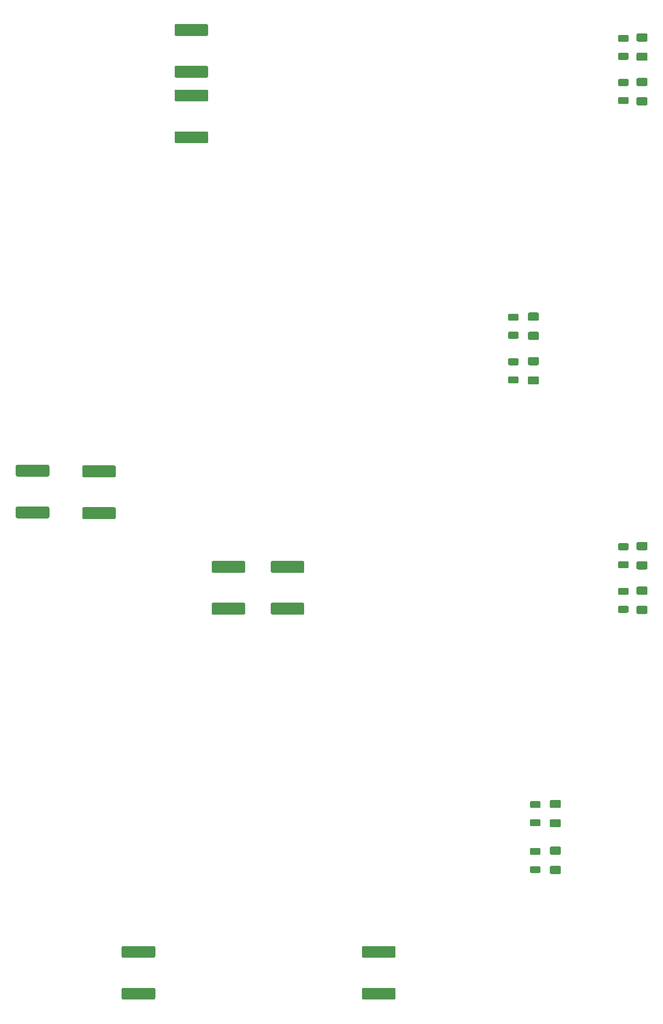
<source format=gbr>
%TF.GenerationSoftware,KiCad,Pcbnew,(5.1.9)-1*%
%TF.CreationDate,2021-11-07T02:37:45+01:00*%
%TF.ProjectId,SwitchBox,53776974-6368-4426-9f78-2e6b69636164,rev?*%
%TF.SameCoordinates,Original*%
%TF.FileFunction,Paste,Top*%
%TF.FilePolarity,Positive*%
%FSLAX46Y46*%
G04 Gerber Fmt 4.6, Leading zero omitted, Abs format (unit mm)*
G04 Created by KiCad (PCBNEW (5.1.9)-1) date 2021-11-07 02:37:45*
%MOMM*%
%LPD*%
G01*
G04 APERTURE LIST*
G04 APERTURE END LIST*
%TO.C,C1*%
G36*
G01*
X141079998Y-52015000D02*
X142380002Y-52015000D01*
G75*
G02*
X142630000Y-52264998I0J-249998D01*
G01*
X142630000Y-53090002D01*
G75*
G02*
X142380002Y-53340000I-249998J0D01*
G01*
X141079998Y-53340000D01*
G75*
G02*
X140830000Y-53090002I0J249998D01*
G01*
X140830000Y-52264998D01*
G75*
G02*
X141079998Y-52015000I249998J0D01*
G01*
G37*
G36*
G01*
X141079998Y-55140000D02*
X142380002Y-55140000D01*
G75*
G02*
X142630000Y-55389998I0J-249998D01*
G01*
X142630000Y-56215002D01*
G75*
G02*
X142380002Y-56465000I-249998J0D01*
G01*
X141079998Y-56465000D01*
G75*
G02*
X140830000Y-56215002I0J249998D01*
G01*
X140830000Y-55389998D01*
G75*
G02*
X141079998Y-55140000I249998J0D01*
G01*
G37*
%TD*%
%TO.C,C2*%
G36*
G01*
X123459998Y-100400000D02*
X124760002Y-100400000D01*
G75*
G02*
X125010000Y-100649998I0J-249998D01*
G01*
X125010000Y-101475002D01*
G75*
G02*
X124760002Y-101725000I-249998J0D01*
G01*
X123459998Y-101725000D01*
G75*
G02*
X123210000Y-101475002I0J249998D01*
G01*
X123210000Y-100649998D01*
G75*
G02*
X123459998Y-100400000I249998J0D01*
G01*
G37*
G36*
G01*
X123459998Y-97275000D02*
X124760002Y-97275000D01*
G75*
G02*
X125010000Y-97524998I0J-249998D01*
G01*
X125010000Y-98350002D01*
G75*
G02*
X124760002Y-98600000I-249998J0D01*
G01*
X123459998Y-98600000D01*
G75*
G02*
X123210000Y-98350002I0J249998D01*
G01*
X123210000Y-97524998D01*
G75*
G02*
X123459998Y-97275000I249998J0D01*
G01*
G37*
%TD*%
%TO.C,C3*%
G36*
G01*
X141079998Y-134485000D02*
X142380002Y-134485000D01*
G75*
G02*
X142630000Y-134734998I0J-249998D01*
G01*
X142630000Y-135560002D01*
G75*
G02*
X142380002Y-135810000I-249998J0D01*
G01*
X141079998Y-135810000D01*
G75*
G02*
X140830000Y-135560002I0J249998D01*
G01*
X140830000Y-134734998D01*
G75*
G02*
X141079998Y-134485000I249998J0D01*
G01*
G37*
G36*
G01*
X141079998Y-137610000D02*
X142380002Y-137610000D01*
G75*
G02*
X142630000Y-137859998I0J-249998D01*
G01*
X142630000Y-138685002D01*
G75*
G02*
X142380002Y-138935000I-249998J0D01*
G01*
X141079998Y-138935000D01*
G75*
G02*
X140830000Y-138685002I0J249998D01*
G01*
X140830000Y-137859998D01*
G75*
G02*
X141079998Y-137610000I249998J0D01*
G01*
G37*
%TD*%
%TO.C,C4*%
G36*
G01*
X127019998Y-179760000D02*
X128320002Y-179760000D01*
G75*
G02*
X128570000Y-180009998I0J-249998D01*
G01*
X128570000Y-180835002D01*
G75*
G02*
X128320002Y-181085000I-249998J0D01*
G01*
X127019998Y-181085000D01*
G75*
G02*
X126770000Y-180835002I0J249998D01*
G01*
X126770000Y-180009998D01*
G75*
G02*
X127019998Y-179760000I249998J0D01*
G01*
G37*
G36*
G01*
X127019998Y-176635000D02*
X128320002Y-176635000D01*
G75*
G02*
X128570000Y-176884998I0J-249998D01*
G01*
X128570000Y-177710002D01*
G75*
G02*
X128320002Y-177960000I-249998J0D01*
G01*
X127019998Y-177960000D01*
G75*
G02*
X126770000Y-177710002I0J249998D01*
G01*
X126770000Y-176884998D01*
G75*
G02*
X127019998Y-176635000I249998J0D01*
G01*
G37*
%TD*%
%TO.C,C5*%
G36*
G01*
X141079998Y-44785000D02*
X142380002Y-44785000D01*
G75*
G02*
X142630000Y-45034998I0J-249998D01*
G01*
X142630000Y-45860002D01*
G75*
G02*
X142380002Y-46110000I-249998J0D01*
G01*
X141079998Y-46110000D01*
G75*
G02*
X140830000Y-45860002I0J249998D01*
G01*
X140830000Y-45034998D01*
G75*
G02*
X141079998Y-44785000I249998J0D01*
G01*
G37*
G36*
G01*
X141079998Y-47910000D02*
X142380002Y-47910000D01*
G75*
G02*
X142630000Y-48159998I0J-249998D01*
G01*
X142630000Y-48985002D01*
G75*
G02*
X142380002Y-49235000I-249998J0D01*
G01*
X141079998Y-49235000D01*
G75*
G02*
X140830000Y-48985002I0J249998D01*
G01*
X140830000Y-48159998D01*
G75*
G02*
X141079998Y-47910000I249998J0D01*
G01*
G37*
%TD*%
%TO.C,C6*%
G36*
G01*
X123459998Y-90045000D02*
X124760002Y-90045000D01*
G75*
G02*
X125010000Y-90294998I0J-249998D01*
G01*
X125010000Y-91120002D01*
G75*
G02*
X124760002Y-91370000I-249998J0D01*
G01*
X123459998Y-91370000D01*
G75*
G02*
X123210000Y-91120002I0J249998D01*
G01*
X123210000Y-90294998D01*
G75*
G02*
X123459998Y-90045000I249998J0D01*
G01*
G37*
G36*
G01*
X123459998Y-93170000D02*
X124760002Y-93170000D01*
G75*
G02*
X125010000Y-93419998I0J-249998D01*
G01*
X125010000Y-94245002D01*
G75*
G02*
X124760002Y-94495000I-249998J0D01*
G01*
X123459998Y-94495000D01*
G75*
G02*
X123210000Y-94245002I0J249998D01*
G01*
X123210000Y-93419998D01*
G75*
G02*
X123459998Y-93170000I249998J0D01*
G01*
G37*
%TD*%
%TO.C,C7*%
G36*
G01*
X141079998Y-130380000D02*
X142380002Y-130380000D01*
G75*
G02*
X142630000Y-130629998I0J-249998D01*
G01*
X142630000Y-131455002D01*
G75*
G02*
X142380002Y-131705000I-249998J0D01*
G01*
X141079998Y-131705000D01*
G75*
G02*
X140830000Y-131455002I0J249998D01*
G01*
X140830000Y-130629998D01*
G75*
G02*
X141079998Y-130380000I249998J0D01*
G01*
G37*
G36*
G01*
X141079998Y-127255000D02*
X142380002Y-127255000D01*
G75*
G02*
X142630000Y-127504998I0J-249998D01*
G01*
X142630000Y-128330002D01*
G75*
G02*
X142380002Y-128580000I-249998J0D01*
G01*
X141079998Y-128580000D01*
G75*
G02*
X140830000Y-128330002I0J249998D01*
G01*
X140830000Y-127504998D01*
G75*
G02*
X141079998Y-127255000I249998J0D01*
G01*
G37*
%TD*%
%TO.C,C8*%
G36*
G01*
X127019998Y-172190000D02*
X128320002Y-172190000D01*
G75*
G02*
X128570000Y-172439998I0J-249998D01*
G01*
X128570000Y-173265002D01*
G75*
G02*
X128320002Y-173515000I-249998J0D01*
G01*
X127019998Y-173515000D01*
G75*
G02*
X126770000Y-173265002I0J249998D01*
G01*
X126770000Y-172439998D01*
G75*
G02*
X127019998Y-172190000I249998J0D01*
G01*
G37*
G36*
G01*
X127019998Y-169065000D02*
X128320002Y-169065000D01*
G75*
G02*
X128570000Y-169314998I0J-249998D01*
G01*
X128570000Y-170140002D01*
G75*
G02*
X128320002Y-170390000I-249998J0D01*
G01*
X127019998Y-170390000D01*
G75*
G02*
X126770000Y-170140002I0J249998D01*
G01*
X126770000Y-169314998D01*
G75*
G02*
X127019998Y-169065000I249998J0D01*
G01*
G37*
%TD*%
%TO.C,F1*%
G36*
G01*
X66114999Y-43270000D02*
X71065001Y-43270000D01*
G75*
G02*
X71315000Y-43519999I0J-249999D01*
G01*
X71315000Y-44945001D01*
G75*
G02*
X71065001Y-45195000I-249999J0D01*
G01*
X66114999Y-45195000D01*
G75*
G02*
X65865000Y-44945001I0J249999D01*
G01*
X65865000Y-43519999D01*
G75*
G02*
X66114999Y-43270000I249999J0D01*
G01*
G37*
G36*
G01*
X66114999Y-50045000D02*
X71065001Y-50045000D01*
G75*
G02*
X71315000Y-50294999I0J-249999D01*
G01*
X71315000Y-51720001D01*
G75*
G02*
X71065001Y-51970000I-249999J0D01*
G01*
X66114999Y-51970000D01*
G75*
G02*
X65865000Y-51720001I0J249999D01*
G01*
X65865000Y-50294999D01*
G75*
G02*
X66114999Y-50045000I249999J0D01*
G01*
G37*
%TD*%
%TO.C,F2*%
G36*
G01*
X101475001Y-201450000D02*
X96524999Y-201450000D01*
G75*
G02*
X96275000Y-201200001I0J249999D01*
G01*
X96275000Y-199774999D01*
G75*
G02*
X96524999Y-199525000I249999J0D01*
G01*
X101475001Y-199525000D01*
G75*
G02*
X101725000Y-199774999I0J-249999D01*
G01*
X101725000Y-201200001D01*
G75*
G02*
X101475001Y-201450000I-249999J0D01*
G01*
G37*
G36*
G01*
X101475001Y-194675000D02*
X96524999Y-194675000D01*
G75*
G02*
X96275000Y-194425001I0J249999D01*
G01*
X96275000Y-192999999D01*
G75*
G02*
X96524999Y-192750000I249999J0D01*
G01*
X101475001Y-192750000D01*
G75*
G02*
X101725000Y-192999999I0J-249999D01*
G01*
X101725000Y-194425001D01*
G75*
G02*
X101475001Y-194675000I-249999J0D01*
G01*
G37*
%TD*%
%TO.C,F3*%
G36*
G01*
X81724999Y-130327500D02*
X86675001Y-130327500D01*
G75*
G02*
X86925000Y-130577499I0J-249999D01*
G01*
X86925000Y-132002501D01*
G75*
G02*
X86675001Y-132252500I-249999J0D01*
G01*
X81724999Y-132252500D01*
G75*
G02*
X81475000Y-132002501I0J249999D01*
G01*
X81475000Y-130577499D01*
G75*
G02*
X81724999Y-130327500I249999J0D01*
G01*
G37*
G36*
G01*
X81724999Y-137102500D02*
X86675001Y-137102500D01*
G75*
G02*
X86925000Y-137352499I0J-249999D01*
G01*
X86925000Y-138777501D01*
G75*
G02*
X86675001Y-139027500I-249999J0D01*
G01*
X81724999Y-139027500D01*
G75*
G02*
X81475000Y-138777501I0J249999D01*
G01*
X81475000Y-137352499D01*
G75*
G02*
X81724999Y-137102500I249999J0D01*
G01*
G37*
%TD*%
%TO.C,F4*%
G36*
G01*
X45295001Y-116655000D02*
X40344999Y-116655000D01*
G75*
G02*
X40095000Y-116405001I0J249999D01*
G01*
X40095000Y-114979999D01*
G75*
G02*
X40344999Y-114730000I249999J0D01*
G01*
X45295001Y-114730000D01*
G75*
G02*
X45545000Y-114979999I0J-249999D01*
G01*
X45545000Y-116405001D01*
G75*
G02*
X45295001Y-116655000I-249999J0D01*
G01*
G37*
G36*
G01*
X45295001Y-123430000D02*
X40344999Y-123430000D01*
G75*
G02*
X40095000Y-123180001I0J249999D01*
G01*
X40095000Y-121754999D01*
G75*
G02*
X40344999Y-121505000I249999J0D01*
G01*
X45295001Y-121505000D01*
G75*
G02*
X45545000Y-121754999I0J-249999D01*
G01*
X45545000Y-123180001D01*
G75*
G02*
X45295001Y-123430000I-249999J0D01*
G01*
G37*
%TD*%
%TO.C,F5*%
G36*
G01*
X66114999Y-60675000D02*
X71065001Y-60675000D01*
G75*
G02*
X71315000Y-60924999I0J-249999D01*
G01*
X71315000Y-62350001D01*
G75*
G02*
X71065001Y-62600000I-249999J0D01*
G01*
X66114999Y-62600000D01*
G75*
G02*
X65865000Y-62350001I0J249999D01*
G01*
X65865000Y-60924999D01*
G75*
G02*
X66114999Y-60675000I249999J0D01*
G01*
G37*
G36*
G01*
X66114999Y-53900000D02*
X71065001Y-53900000D01*
G75*
G02*
X71315000Y-54149999I0J-249999D01*
G01*
X71315000Y-55575001D01*
G75*
G02*
X71065001Y-55825000I-249999J0D01*
G01*
X66114999Y-55825000D01*
G75*
G02*
X65865000Y-55575001I0J249999D01*
G01*
X65865000Y-54149999D01*
G75*
G02*
X66114999Y-53900000I249999J0D01*
G01*
G37*
%TD*%
%TO.C,F6*%
G36*
G01*
X62475001Y-201450000D02*
X57524999Y-201450000D01*
G75*
G02*
X57275000Y-201200001I0J249999D01*
G01*
X57275000Y-199774999D01*
G75*
G02*
X57524999Y-199525000I249999J0D01*
G01*
X62475001Y-199525000D01*
G75*
G02*
X62725000Y-199774999I0J-249999D01*
G01*
X62725000Y-201200001D01*
G75*
G02*
X62475001Y-201450000I-249999J0D01*
G01*
G37*
G36*
G01*
X62475001Y-194675000D02*
X57524999Y-194675000D01*
G75*
G02*
X57275000Y-194425001I0J249999D01*
G01*
X57275000Y-192999999D01*
G75*
G02*
X57524999Y-192750000I249999J0D01*
G01*
X62475001Y-192750000D01*
G75*
G02*
X62725000Y-192999999I0J-249999D01*
G01*
X62725000Y-194425001D01*
G75*
G02*
X62475001Y-194675000I-249999J0D01*
G01*
G37*
%TD*%
%TO.C,F7*%
G36*
G01*
X72134999Y-137102500D02*
X77085001Y-137102500D01*
G75*
G02*
X77335000Y-137352499I0J-249999D01*
G01*
X77335000Y-138777501D01*
G75*
G02*
X77085001Y-139027500I-249999J0D01*
G01*
X72134999Y-139027500D01*
G75*
G02*
X71885000Y-138777501I0J249999D01*
G01*
X71885000Y-137352499D01*
G75*
G02*
X72134999Y-137102500I249999J0D01*
G01*
G37*
G36*
G01*
X72134999Y-130327500D02*
X77085001Y-130327500D01*
G75*
G02*
X77335000Y-130577499I0J-249999D01*
G01*
X77335000Y-132002501D01*
G75*
G02*
X77085001Y-132252500I-249999J0D01*
G01*
X72134999Y-132252500D01*
G75*
G02*
X71885000Y-132002501I0J249999D01*
G01*
X71885000Y-130577499D01*
G75*
G02*
X72134999Y-130327500I249999J0D01*
G01*
G37*
%TD*%
%TO.C,F8*%
G36*
G01*
X56075001Y-116775000D02*
X51124999Y-116775000D01*
G75*
G02*
X50875000Y-116525001I0J249999D01*
G01*
X50875000Y-115099999D01*
G75*
G02*
X51124999Y-114850000I249999J0D01*
G01*
X56075001Y-114850000D01*
G75*
G02*
X56325000Y-115099999I0J-249999D01*
G01*
X56325000Y-116525001D01*
G75*
G02*
X56075001Y-116775000I-249999J0D01*
G01*
G37*
G36*
G01*
X56075001Y-123550000D02*
X51124999Y-123550000D01*
G75*
G02*
X50875000Y-123300001I0J249999D01*
G01*
X50875000Y-121874999D01*
G75*
G02*
X51124999Y-121625000I249999J0D01*
G01*
X56075001Y-121625000D01*
G75*
G02*
X56325000Y-121874999I0J-249999D01*
G01*
X56325000Y-123300001D01*
G75*
G02*
X56075001Y-123550000I-249999J0D01*
G01*
G37*
%TD*%
%TO.C,R9*%
G36*
G01*
X138074998Y-52185000D02*
X139325002Y-52185000D01*
G75*
G02*
X139575000Y-52434998I0J-249998D01*
G01*
X139575000Y-53060002D01*
G75*
G02*
X139325002Y-53310000I-249998J0D01*
G01*
X138074998Y-53310000D01*
G75*
G02*
X137825000Y-53060002I0J249998D01*
G01*
X137825000Y-52434998D01*
G75*
G02*
X138074998Y-52185000I249998J0D01*
G01*
G37*
G36*
G01*
X138074998Y-55110000D02*
X139325002Y-55110000D01*
G75*
G02*
X139575000Y-55359998I0J-249998D01*
G01*
X139575000Y-55985002D01*
G75*
G02*
X139325002Y-56235000I-249998J0D01*
G01*
X138074998Y-56235000D01*
G75*
G02*
X137825000Y-55985002I0J249998D01*
G01*
X137825000Y-55359998D01*
G75*
G02*
X138074998Y-55110000I249998J0D01*
G01*
G37*
%TD*%
%TO.C,R10*%
G36*
G01*
X120224998Y-97475000D02*
X121475002Y-97475000D01*
G75*
G02*
X121725000Y-97724998I0J-249998D01*
G01*
X121725000Y-98350002D01*
G75*
G02*
X121475002Y-98600000I-249998J0D01*
G01*
X120224998Y-98600000D01*
G75*
G02*
X119975000Y-98350002I0J249998D01*
G01*
X119975000Y-97724998D01*
G75*
G02*
X120224998Y-97475000I249998J0D01*
G01*
G37*
G36*
G01*
X120224998Y-100400000D02*
X121475002Y-100400000D01*
G75*
G02*
X121725000Y-100649998I0J-249998D01*
G01*
X121725000Y-101275002D01*
G75*
G02*
X121475002Y-101525000I-249998J0D01*
G01*
X120224998Y-101525000D01*
G75*
G02*
X119975000Y-101275002I0J249998D01*
G01*
X119975000Y-100649998D01*
G75*
G02*
X120224998Y-100400000I249998J0D01*
G01*
G37*
%TD*%
%TO.C,R11*%
G36*
G01*
X138074998Y-137610000D02*
X139325002Y-137610000D01*
G75*
G02*
X139575000Y-137859998I0J-249998D01*
G01*
X139575000Y-138485002D01*
G75*
G02*
X139325002Y-138735000I-249998J0D01*
G01*
X138074998Y-138735000D01*
G75*
G02*
X137825000Y-138485002I0J249998D01*
G01*
X137825000Y-137859998D01*
G75*
G02*
X138074998Y-137610000I249998J0D01*
G01*
G37*
G36*
G01*
X138074998Y-134685000D02*
X139325002Y-134685000D01*
G75*
G02*
X139575000Y-134934998I0J-249998D01*
G01*
X139575000Y-135560002D01*
G75*
G02*
X139325002Y-135810000I-249998J0D01*
G01*
X138074998Y-135810000D01*
G75*
G02*
X137825000Y-135560002I0J249998D01*
G01*
X137825000Y-134934998D01*
G75*
G02*
X138074998Y-134685000I249998J0D01*
G01*
G37*
%TD*%
%TO.C,R12*%
G36*
G01*
X123774998Y-179800000D02*
X125025002Y-179800000D01*
G75*
G02*
X125275000Y-180049998I0J-249998D01*
G01*
X125275000Y-180675002D01*
G75*
G02*
X125025002Y-180925000I-249998J0D01*
G01*
X123774998Y-180925000D01*
G75*
G02*
X123525000Y-180675002I0J249998D01*
G01*
X123525000Y-180049998D01*
G75*
G02*
X123774998Y-179800000I249998J0D01*
G01*
G37*
G36*
G01*
X123774998Y-176875000D02*
X125025002Y-176875000D01*
G75*
G02*
X125275000Y-177124998I0J-249998D01*
G01*
X125275000Y-177750002D01*
G75*
G02*
X125025002Y-178000000I-249998J0D01*
G01*
X123774998Y-178000000D01*
G75*
G02*
X123525000Y-177750002I0J249998D01*
G01*
X123525000Y-177124998D01*
G75*
G02*
X123774998Y-176875000I249998J0D01*
G01*
G37*
%TD*%
%TO.C,R13*%
G36*
G01*
X138074998Y-45025000D02*
X139325002Y-45025000D01*
G75*
G02*
X139575000Y-45274998I0J-249998D01*
G01*
X139575000Y-45900002D01*
G75*
G02*
X139325002Y-46150000I-249998J0D01*
G01*
X138074998Y-46150000D01*
G75*
G02*
X137825000Y-45900002I0J249998D01*
G01*
X137825000Y-45274998D01*
G75*
G02*
X138074998Y-45025000I249998J0D01*
G01*
G37*
G36*
G01*
X138074998Y-47950000D02*
X139325002Y-47950000D01*
G75*
G02*
X139575000Y-48199998I0J-249998D01*
G01*
X139575000Y-48825002D01*
G75*
G02*
X139325002Y-49075000I-249998J0D01*
G01*
X138074998Y-49075000D01*
G75*
G02*
X137825000Y-48825002I0J249998D01*
G01*
X137825000Y-48199998D01*
G75*
G02*
X138074998Y-47950000I249998J0D01*
G01*
G37*
%TD*%
%TO.C,R14*%
G36*
G01*
X120224998Y-93170000D02*
X121475002Y-93170000D01*
G75*
G02*
X121725000Y-93419998I0J-249998D01*
G01*
X121725000Y-94045002D01*
G75*
G02*
X121475002Y-94295000I-249998J0D01*
G01*
X120224998Y-94295000D01*
G75*
G02*
X119975000Y-94045002I0J249998D01*
G01*
X119975000Y-93419998D01*
G75*
G02*
X120224998Y-93170000I249998J0D01*
G01*
G37*
G36*
G01*
X120224998Y-90245000D02*
X121475002Y-90245000D01*
G75*
G02*
X121725000Y-90494998I0J-249998D01*
G01*
X121725000Y-91120002D01*
G75*
G02*
X121475002Y-91370000I-249998J0D01*
G01*
X120224998Y-91370000D01*
G75*
G02*
X119975000Y-91120002I0J249998D01*
G01*
X119975000Y-90494998D01*
G75*
G02*
X120224998Y-90245000I249998J0D01*
G01*
G37*
%TD*%
%TO.C,R15*%
G36*
G01*
X138074998Y-127455000D02*
X139325002Y-127455000D01*
G75*
G02*
X139575000Y-127704998I0J-249998D01*
G01*
X139575000Y-128330002D01*
G75*
G02*
X139325002Y-128580000I-249998J0D01*
G01*
X138074998Y-128580000D01*
G75*
G02*
X137825000Y-128330002I0J249998D01*
G01*
X137825000Y-127704998D01*
G75*
G02*
X138074998Y-127455000I249998J0D01*
G01*
G37*
G36*
G01*
X138074998Y-130380000D02*
X139325002Y-130380000D01*
G75*
G02*
X139575000Y-130629998I0J-249998D01*
G01*
X139575000Y-131255002D01*
G75*
G02*
X139325002Y-131505000I-249998J0D01*
G01*
X138074998Y-131505000D01*
G75*
G02*
X137825000Y-131255002I0J249998D01*
G01*
X137825000Y-130629998D01*
G75*
G02*
X138074998Y-130380000I249998J0D01*
G01*
G37*
%TD*%
%TO.C,R16*%
G36*
G01*
X123774998Y-172190000D02*
X125025002Y-172190000D01*
G75*
G02*
X125275000Y-172439998I0J-249998D01*
G01*
X125275000Y-173065002D01*
G75*
G02*
X125025002Y-173315000I-249998J0D01*
G01*
X123774998Y-173315000D01*
G75*
G02*
X123525000Y-173065002I0J249998D01*
G01*
X123525000Y-172439998D01*
G75*
G02*
X123774998Y-172190000I249998J0D01*
G01*
G37*
G36*
G01*
X123774998Y-169265000D02*
X125025002Y-169265000D01*
G75*
G02*
X125275000Y-169514998I0J-249998D01*
G01*
X125275000Y-170140002D01*
G75*
G02*
X125025002Y-170390000I-249998J0D01*
G01*
X123774998Y-170390000D01*
G75*
G02*
X123525000Y-170140002I0J249998D01*
G01*
X123525000Y-169514998D01*
G75*
G02*
X123774998Y-169265000I249998J0D01*
G01*
G37*
%TD*%
M02*

</source>
